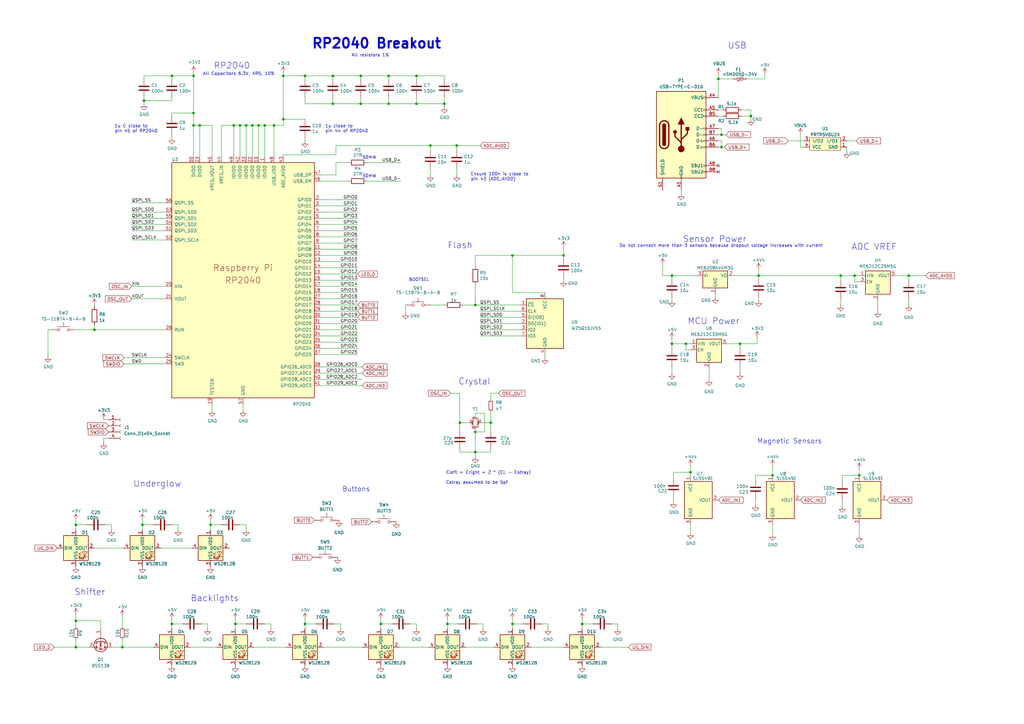
<source format=kicad_sch>
(kicad_sch (version 20230121) (generator eeschema)
  (paper "A3")
  (title_block (title "keeb") (date "2020-12-18") (rev "REV1"))
  (junction (at 201.295 173.355))
  (junction (at 95.885 51.435))
  (junction (at 81.915 51.435))
  (junction (at 283.21 193.675))
  (junction (at 307.975 47.625))
  (junction (at 210.185 104.775))
  (junction (at 31.115 265.43))
  (junction (at 275.59 113.03))
  (junction (at 58.42 215.265))
  (junction (at 170.815 42.545))
  (junction (at 136.525 42.545))
  (junction (at 188.595 173.355))
  (junction (at 38.735 135.255))
  (junction (at 96.52 255.905))
  (junction (at 79.375 46.355))
  (junction (at 108.585 51.435))
  (junction (at 98.425 51.435))
  (junction (at 70.485 255.905))
  (junction (at 147.955 42.545))
  (junction (at 238.76 255.905))
  (junction (at 295.91 55.245))
  (junction (at 210.185 255.905))
  (junction (at 106.045 51.435))
  (junction (at 275.59 140.97))
  (junction (at 294.64 32.385))
  (junction (at 194.945 177.165))
  (junction (at 100.965 51.435))
  (junction (at 159.385 42.545))
  (junction (at 59.055 41.275))
  (junction (at 311.15 113.03))
  (junction (at 50.165 265.43))
  (junction (at 350.52 113.03))
  (junction (at 281.305 140.97))
  (junction (at 194.945 185.42))
  (junction (at 183.515 255.905))
  (junction (at 31.115 254.635))
  (junction (at 344.805 113.03))
  (junction (at 79.375 51.435))
  (junction (at 147.955 31.115))
  (junction (at 116.205 48.895))
  (junction (at 125.095 255.905))
  (junction (at 194.945 125.095))
  (junction (at 31.115 215.265))
  (junction (at 316.865 194.945))
  (junction (at 182.245 42.545))
  (junction (at 70.485 31.115))
  (junction (at 303.53 140.97))
  (junction (at 156.21 255.905))
  (junction (at 295.91 60.325))
  (junction (at 79.375 31.115))
  (junction (at 103.505 51.435))
  (junction (at 372.745 113.03))
  (junction (at 112.395 51.435))
  (junction (at 176.53 59.69))
  (junction (at 125.095 31.115))
  (junction (at 159.385 31.115))
  (junction (at 352.425 194.945))
  (junction (at 116.205 31.115))
  (junction (at 136.525 31.115))
  (junction (at 86.36 215.265))
  (junction (at 170.815 31.115))
  (junction (at 187.325 59.69))
  (junction (at 231.14 104.775))
  (no_connect (at 294.64 67.945))
  (no_connect (at 294.64 70.485))
  (wire (pts (xy 283.21 215.265) (xy 283.21 218.44)))
  (wire (pts (xy 131.445 86.995) (xy 146.685 86.995)))
  (wire (pts (xy 131.445 84.455) (xy 146.685 84.455)))
  (wire (pts (xy 210.185 255.905) (xy 210.185 257.81)))
  (wire (pts (xy 194.945 104.775) (xy 194.945 109.22)))
  (wire (pts (xy 329.565 60.325) (xy 328.295 60.325)))
  (wire (pts (xy 131.445 130.175) (xy 146.685 130.175)))
  (wire (pts (xy 131.445 158.115) (xy 148.59 158.115)))
  (wire (pts (xy 196.85 137.795) (xy 213.36 137.795)))
  (wire (pts (xy 309.88 204.47) (xy 309.88 207.01)))
  (wire (pts (xy 70.485 41.275) (xy 70.485 40.005)))
  (wire (pts (xy 86.995 165.735) (xy 86.995 168.275)))
  (wire (pts (xy 38.735 224.79) (xy 50.8 224.79)))
  (wire (pts (xy 104.14 265.43) (xy 117.475 265.43)))
  (wire (pts (xy 131.445 153.035) (xy 148.59 153.035)))
  (wire (pts (xy 86.36 215.265) (xy 90.805 215.265)))
  (wire (pts (xy 156.21 254) (xy 156.21 255.905)))
  (wire (pts (xy 306.07 32.385) (xy 313.69 32.385)))
  (wire (pts (xy 111.125 255.905) (xy 111.125 257.81)))
  (wire (pts (xy 59.055 40.005) (xy 59.055 41.275)))
  (wire (pts (xy 196.85 127.635) (xy 213.36 127.635)))
  (wire (pts (xy 116.205 48.895) (xy 125.095 48.895)))
  (wire (pts (xy 67.945 83.185) (xy 53.975 83.185)))
  (wire (pts (xy 131.445 107.315) (xy 146.685 107.315)))
  (wire (pts (xy 131.445 145.415) (xy 146.685 145.415)))
  (wire (pts (xy 31.115 252.095) (xy 31.115 254.635)))
  (wire (pts (xy 296.545 45.085) (xy 294.64 45.085)))
  (wire (pts (xy 136.525 32.385) (xy 136.525 31.115)))
  (wire (pts (xy 53.975 92.075) (xy 67.945 92.075)))
  (wire (pts (xy 350.52 115.57) (xy 352.425 115.57)))
  (wire (pts (xy 31.115 262.255) (xy 31.115 265.43)))
  (wire (pts (xy 295.91 55.245) (xy 297.815 55.245)))
  (wire (pts (xy 238.76 255.905) (xy 243.205 255.905)))
  (wire (pts (xy 210.185 104.775) (xy 231.14 104.775)))
  (wire (pts (xy 79.375 51.435) (xy 79.375 64.135)))
  (wire (pts (xy 323.215 57.785) (xy 329.565 57.785)))
  (wire (pts (xy 210.185 255.905) (xy 214.63 255.905)))
  (wire (pts (xy 131.445 142.875) (xy 146.685 142.875)))
  (wire (pts (xy 197.485 173.355) (xy 201.295 173.355)))
  (wire (pts (xy 283.21 194.945) (xy 283.21 193.675)))
  (wire (pts (xy 131.445 74.295) (xy 142.875 74.295)))
  (wire (pts (xy 156.21 255.905) (xy 156.21 257.81)))
  (wire (pts (xy 103.505 51.435) (xy 106.045 51.435)))
  (wire (pts (xy 70.485 255.905) (xy 74.93 255.905)))
  (wire (pts (xy 352.425 192.405) (xy 352.425 194.945)))
  (wire (pts (xy 50.8 146.685) (xy 67.945 146.685)))
  (wire (pts (xy 131.445 125.095) (xy 146.685 125.095)))
  (wire (pts (xy 31.115 215.265) (xy 31.115 217.17)))
  (wire (pts (xy 198.755 169.545) (xy 198.755 177.165)))
  (wire (pts (xy 95.885 51.435) (xy 98.425 51.435)))
  (wire (pts (xy 231.14 113.665) (xy 231.14 114.935)))
  (wire (pts (xy 150.495 74.295) (xy 164.465 74.295)))
  (wire (pts (xy 131.445 81.915) (xy 146.685 81.915)))
  (wire (pts (xy 367.665 113.03) (xy 372.745 113.03)))
  (wire (pts (xy 194.945 177.165) (xy 194.945 185.42)))
  (wire (pts (xy 163.83 265.43) (xy 175.895 265.43)))
  (wire (pts (xy 125.095 31.115) (xy 136.525 31.115)))
  (wire (pts (xy 231.14 101.6) (xy 231.14 104.775)))
  (wire (pts (xy 116.205 63.5) (xy 137.795 63.5)))
  (wire (pts (xy 70.485 46.355) (xy 79.375 46.355)))
  (wire (pts (xy 116.205 31.115) (xy 116.205 48.895)))
  (wire (pts (xy 294.64 47.625) (xy 296.545 47.625)))
  (wire (pts (xy 156.21 255.905) (xy 160.655 255.905)))
  (wire (pts (xy 311.15 121.92) (xy 311.15 123.19)))
  (wire (pts (xy 344.805 122.555) (xy 344.805 125.095)))
  (wire (pts (xy 103.505 64.135) (xy 103.505 51.435)))
  (wire (pts (xy 111.125 255.905) (xy 108.585 255.905)))
  (wire (pts (xy 279.4 78.105) (xy 279.4 79.375)))
  (wire (pts (xy 344.805 114.935) (xy 344.805 113.03)))
  (wire (pts (xy 194.945 125.095) (xy 213.36 125.095)))
  (wire (pts (xy 281.305 143.51) (xy 283.21 143.51)))
  (wire (pts (xy 170.815 31.115) (xy 182.245 31.115)))
  (wire (pts (xy 350.52 113.03) (xy 350.52 115.57)))
  (wire (pts (xy 238.76 255.905) (xy 238.76 257.81)))
  (wire (pts (xy 99.695 165.735) (xy 99.695 168.275)))
  (wire (pts (xy 38.735 135.255) (xy 67.945 135.255)))
  (wire (pts (xy 170.815 40.005) (xy 170.815 42.545)))
  (wire (pts (xy 79.375 46.355) (xy 79.375 51.435)))
  (wire (pts (xy 295.91 52.705) (xy 295.91 55.245)))
  (wire (pts (xy 66.04 224.79) (xy 78.74 224.79)))
  (wire (pts (xy 132.715 265.43) (xy 148.59 265.43)))
  (wire (pts (xy 50.165 265.43) (xy 62.865 265.43)))
  (wire (pts (xy 131.445 132.715) (xy 146.685 132.715)))
  (wire (pts (xy 137.795 66.675) (xy 142.875 66.675)))
  (wire (pts (xy 224.79 255.905) (xy 224.79 257.81)))
  (wire (pts (xy 316.865 191.135) (xy 316.865 194.945)))
  (wire (pts (xy 189.865 125.095) (xy 194.945 125.095)))
  (wire (pts (xy 81.915 51.435) (xy 79.375 51.435)))
  (wire (pts (xy 131.445 102.235) (xy 146.685 102.235)))
  (wire (pts (xy 78.105 265.43) (xy 88.9 265.43)))
  (wire (pts (xy 316.865 215.265) (xy 316.865 219.075)))
  (wire (pts (xy 147.955 40.005) (xy 147.955 42.545)))
  (wire (pts (xy 271.78 113.03) (xy 275.59 113.03)))
  (wire (pts (xy 182.245 42.545) (xy 182.245 43.815)))
  (wire (pts (xy 45.72 215.265) (xy 45.72 217.17)))
  (wire (pts (xy 313.69 30.48) (xy 313.69 32.385)))
  (wire (pts (xy 294.64 32.385) (xy 294.64 40.005)))
  (wire (pts (xy 100.965 215.265) (xy 98.425 215.265)))
  (wire (pts (xy 347.345 57.785) (xy 351.155 57.785)))
  (wire (pts (xy 372.745 122.555) (xy 372.745 125.095)))
  (wire (pts (xy 131.445 71.755) (xy 137.795 71.755)))
  (wire (pts (xy 345.44 205.105) (xy 345.44 207.645)))
  (wire (pts (xy 307.975 47.625) (xy 307.975 48.895)))
  (wire (pts (xy 116.205 31.115) (xy 125.095 31.115)))
  (wire (pts (xy 70.485 47.625) (xy 70.485 46.355)))
  (wire (pts (xy 131.445 120.015) (xy 146.685 120.015)))
  (wire (pts (xy 303.53 140.97) (xy 310.515 140.97)))
  (wire (pts (xy 50.165 262.255) (xy 50.165 265.43)))
  (wire (pts (xy 294.64 30.48) (xy 294.64 32.385)))
  (wire (pts (xy 275.59 150.495) (xy 275.59 153.035)))
  (wire (pts (xy 275.59 121.92) (xy 275.59 123.19)))
  (wire (pts (xy 194.945 170.815) (xy 194.945 169.545)))
  (wire (pts (xy 46.355 265.43) (xy 50.165 265.43)))
  (wire (pts (xy 187.325 59.69) (xy 187.325 61.595)))
  (wire (pts (xy 194.945 116.84) (xy 194.945 125.095)))
  (wire (pts (xy 125.095 32.385) (xy 125.095 31.115)))
  (wire (pts (xy 96.52 255.905) (xy 100.965 255.905)))
  (wire (pts (xy 253.365 255.905) (xy 253.365 257.81)))
  (wire (pts (xy 137.795 66.675) (xy 137.795 71.755)))
  (wire (pts (xy 67.945 98.425) (xy 53.975 98.425)))
  (wire (pts (xy 210.185 254) (xy 210.185 255.905)))
  (wire (pts (xy 106.045 51.435) (xy 108.585 51.435)))
  (wire (pts (xy 285.75 113.03) (xy 275.59 113.03)))
  (wire (pts (xy 131.445 122.555) (xy 146.685 122.555)))
  (wire (pts (xy 70.485 55.245) (xy 70.485 56.515)))
  (wire (pts (xy 300.99 113.03) (xy 311.15 113.03)))
  (wire (pts (xy 131.445 114.935) (xy 146.685 114.935)))
  (wire (pts (xy 53.975 94.615) (xy 67.945 94.615)))
  (wire (pts (xy 170.815 255.905) (xy 168.275 255.905)))
  (wire (pts (xy 290.83 151.13) (xy 290.83 155.575)))
  (wire (pts (xy 316.865 194.945) (xy 309.88 194.945)))
  (wire (pts (xy 204.47 161.29) (xy 201.295 161.29)))
  (wire (pts (xy 116.205 48.895) (xy 116.205 51.435)))
  (wire (pts (xy 188.595 185.42) (xy 188.595 184.15)))
  (wire (pts (xy 137.795 63.5) (xy 137.795 59.69)))
  (wire (pts (xy 345.44 194.945) (xy 352.425 194.945)))
  (wire (pts (xy 311.15 114.3) (xy 311.15 113.03)))
  (wire (pts (xy 295.91 60.325) (xy 295.91 57.785)))
  (wire (pts (xy 210.185 104.775) (xy 210.185 120.015)))
  (wire (pts (xy 131.445 127.635) (xy 146.685 127.635)))
  (wire (pts (xy 194.945 169.545) (xy 198.755 169.545)))
  (wire (pts (xy 194.945 187.325) (xy 194.945 185.42)))
  (wire (pts (xy 100.965 51.435) (xy 103.505 51.435)))
  (wire (pts (xy 194.945 185.42) (xy 201.295 185.42)))
  (wire (pts (xy 303.53 150.495) (xy 303.53 153.035)))
  (wire (pts (xy 96.52 254) (xy 96.52 255.905)))
  (wire (pts (xy 253.365 255.905) (xy 250.825 255.905)))
  (wire (pts (xy 347.345 60.325) (xy 347.345 62.23)))
  (wire (pts (xy 31.115 135.255) (xy 38.735 135.255)))
  (wire (pts (xy 108.585 51.435) (xy 108.585 64.135)))
  (wire (pts (xy 86.995 51.435) (xy 81.915 51.435)))
  (wire (pts (xy 85.09 255.905) (xy 82.55 255.905)))
  (wire (pts (xy 147.955 42.545) (xy 136.525 42.545)))
  (wire (pts (xy 276.225 203.835) (xy 276.225 205.74)))
  (wire (pts (xy 70.485 32.385) (xy 70.485 31.115)))
  (wire (pts (xy 67.945 122.555) (xy 53.975 122.555)))
  (wire (pts (xy 328.295 60.325) (xy 328.295 55.245)))
  (wire (pts (xy 42.545 179.705) (xy 44.45 179.705)))
  (wire (pts (xy 131.445 99.695) (xy 146.685 99.695)))
  (wire (pts (xy 58.42 213.36) (xy 58.42 215.265)))
  (wire (pts (xy 275.59 114.3) (xy 275.59 113.03)))
  (wire (pts (xy 275.59 142.875) (xy 275.59 140.97)))
  (wire (pts (xy 125.095 40.005) (xy 125.095 42.545)))
  (wire (pts (xy 70.485 31.115) (xy 79.375 31.115)))
  (wire (pts (xy 45.72 215.265) (xy 43.18 215.265)))
  (wire (pts (xy 182.245 32.385) (xy 182.245 31.115)))
  (wire (pts (xy 372.745 114.935) (xy 372.745 113.03)))
  (wire (pts (xy 194.945 185.42) (xy 188.595 185.42)))
  (wire (pts (xy 38.735 133.35) (xy 38.735 135.255)))
  (wire (pts (xy 307.975 45.085) (xy 307.975 47.625)))
  (wire (pts (xy 108.585 51.435) (xy 112.395 51.435)))
  (wire (pts (xy 309.88 194.945) (xy 309.88 196.85)))
  (wire (pts (xy 194.945 175.895) (xy 194.945 177.165)))
  (wire (pts (xy 311.15 113.03) (xy 344.805 113.03)))
  (wire (pts (xy 131.445 109.855) (xy 146.685 109.855)))
  (wire (pts (xy 183.515 255.905) (xy 187.96 255.905)))
  (wire (pts (xy 136.525 42.545) (xy 125.095 42.545)))
  (wire (pts (xy 131.445 117.475) (xy 146.685 117.475)))
  (wire (pts (xy 136.525 40.005) (xy 136.525 42.545)))
  (wire (pts (xy 131.445 135.255) (xy 146.685 135.255)))
  (wire (pts (xy 176.53 125.095) (xy 182.245 125.095)))
  (wire (pts (xy 352.425 113.03) (xy 350.52 113.03)))
  (wire (pts (xy 281.305 140.97) (xy 281.305 143.51)))
  (wire (pts (xy 131.445 92.075) (xy 146.685 92.075)))
  (wire (pts (xy 159.385 32.385) (xy 159.385 31.115)))
  (wire (pts (xy 176.53 59.69) (xy 187.325 59.69)))
  (wire (pts (xy 188.595 176.53) (xy 188.595 173.355)))
  (wire (pts (xy 131.445 140.335) (xy 146.685 140.335)))
  (wire (pts (xy 131.445 97.155) (xy 146.685 97.155)))
  (wire (pts (xy 310.515 138.43) (xy 310.515 140.97)))
  (wire (pts (xy 22.225 265.43) (xy 31.115 265.43)))
  (wire (pts (xy 147.955 31.115) (xy 159.385 31.115)))
  (wire (pts (xy 238.76 254) (xy 238.76 255.905)))
  (wire (pts (xy 271.78 108.585) (xy 271.78 113.03)))
  (wire (pts (xy 116.205 29.845) (xy 116.205 31.115)))
  (wire (pts (xy 131.445 89.535) (xy 146.685 89.535)))
  (wire (pts (xy 20.955 135.255) (xy 19.685 135.255)))
  (wire (pts (xy 50.165 252.73) (xy 50.165 257.175)))
  (wire (pts (xy 41.275 254.635) (xy 41.275 257.81)))
  (wire (pts (xy 112.395 64.135) (xy 112.395 51.435)))
  (wire (pts (xy 213.36 132.715) (xy 196.85 132.715)))
  (wire (pts (xy 125.095 255.905) (xy 125.095 257.81)))
  (wire (pts (xy 231.14 106.045) (xy 231.14 104.775)))
  (wire (pts (xy 194.945 104.775) (xy 210.185 104.775)))
  (wire (pts (xy 201.295 184.15) (xy 201.295 185.42)))
  (wire (pts (xy 125.095 254) (xy 125.095 255.905)))
  (wire (pts (xy 131.445 104.775) (xy 146.685 104.775)))
  (wire (pts (xy 31.115 213.36) (xy 31.115 215.265)))
  (wire (pts (xy 136.525 31.115) (xy 147.955 31.115)))
  (wire (pts (xy 150.495 66.675) (xy 164.465 66.675)))
  (wire (pts (xy 303.53 142.875) (xy 303.53 140.97)))
  (wire (pts (xy 86.36 215.265) (xy 86.36 217.17)))
  (wire (pts (xy 38.735 125.095) (xy 38.735 125.73)))
  (wire (pts (xy 131.445 112.395) (xy 146.685 112.395)))
  (wire (pts (xy 59.055 41.275) (xy 70.485 41.275)))
  (wire (pts (xy 183.515 254) (xy 183.515 255.905)))
  (wire (pts (xy 139.7 255.905) (xy 137.16 255.905)))
  (wire (pts (xy 131.445 150.495) (xy 148.59 150.495)))
  (wire (pts (xy 90.805 51.435) (xy 95.885 51.435)))
  (wire (pts (xy 59.055 32.385) (xy 59.055 31.115)))
  (wire (pts (xy 183.515 255.905) (xy 183.515 257.81)))
  (wire (pts (xy 176.53 69.215) (xy 176.53 71.755)))
  (wire (pts (xy 53.975 86.995) (xy 67.945 86.995)))
  (wire (pts (xy 59.055 31.115) (xy 70.485 31.115)))
  (wire (pts (xy 81.915 64.135) (xy 81.915 51.435)))
  (wire (pts (xy 137.795 59.69) (xy 176.53 59.69)))
  (wire (pts (xy 344.805 113.03) (xy 350.52 113.03)))
  (wire (pts (xy 187.325 69.215) (xy 187.325 71.755)))
  (wire (pts (xy 31.115 215.265) (xy 35.56 215.265)))
  (wire (pts (xy 86.36 213.36) (xy 86.36 215.265)))
  (wire (pts (xy 139.7 255.905) (xy 139.7 257.81)))
  (wire (pts (xy 70.485 255.905) (xy 70.485 257.81)))
  (wire (pts (xy 224.79 255.905) (xy 222.25 255.905)))
  (wire (pts (xy 31.115 265.43) (xy 36.195 265.43)))
  (wire (pts (xy 100.965 64.135) (xy 100.965 51.435)))
  (wire (pts (xy 106.045 64.135) (xy 106.045 51.435)))
  (wire (pts (xy 31.115 254.635) (xy 41.275 254.635)))
  (wire (pts (xy 246.38 265.43) (xy 257.81 265.43)))
  (wire (pts (xy 58.42 215.265) (xy 62.865 215.265)))
  (wire (pts (xy 131.445 94.615) (xy 146.685 94.615)))
  (wire (pts (xy 191.135 265.43) (xy 202.565 265.43)))
  (wire (pts (xy 79.375 29.845) (xy 79.375 31.115)))
  (wire (pts (xy 198.12 255.905) (xy 198.12 257.81)))
  (wire (pts (xy 86.995 64.135) (xy 86.995 51.435)))
  (wire (pts (xy 294.64 32.385) (xy 300.99 32.385)))
  (wire (pts (xy 304.165 47.625) (xy 307.975 47.625)))
  (wire (pts (xy 31.115 254.635) (xy 31.115 257.175)))
  (wire (pts (xy 188.595 161.29) (xy 184.785 161.29)))
  (wire (pts (xy 19.685 135.255) (xy 19.685 146.05)))
  (wire (pts (xy 42.545 172.085) (xy 44.45 172.085)))
  (wire (pts (xy 53.975 117.475) (xy 67.945 117.475)))
  (wire (pts (xy 170.815 32.385) (xy 170.815 31.115)))
  (wire (pts (xy 198.755 177.165) (xy 194.945 177.165)))
  (wire (pts (xy 294.64 52.705) (xy 295.91 52.705)))
  (wire (pts (xy 79.375 31.115) (xy 79.375 46.355)))
  (wire (pts (xy 58.42 215.265) (xy 58.42 217.17)))
  (wire (pts (xy 112.395 51.435) (xy 116.205 51.435)))
  (wire (pts (xy 283.21 140.97) (xy 281.305 140.97)))
  (wire (pts (xy 198.12 255.905) (xy 195.58 255.905)))
  (wire (pts (xy 170.815 42.545) (xy 182.245 42.545)))
  (wire (pts (xy 360.045 123.19) (xy 360.045 127.635)))
  (wire (pts (xy 188.595 161.29) (xy 188.595 173.355)))
  (wire (pts (xy 213.36 130.175) (xy 196.85 130.175)))
  (wire (pts (xy 283.21 191.135) (xy 283.21 193.675)))
  (wire (pts (xy 131.445 155.575) (xy 148.59 155.575)))
  (wire (pts (xy 95.885 64.135) (xy 95.885 51.435)))
  (wire (pts (xy 53.975 89.535) (xy 67.945 89.535)))
  (wire (pts (xy 98.425 64.135) (xy 98.425 51.435)))
  (wire (pts (xy 98.425 51.435) (xy 100.965 51.435)))
  (wire (pts (xy 294.64 57.785) (xy 295.91 57.785)))
  (wire (pts (xy 131.445 137.795) (xy 146.685 137.795)))
  (wire (pts (xy 166.37 125.095) (xy 166.37 128.27)))
  (wire (pts (xy 116.205 63.5) (xy 116.205 64.135)))
  (wire (pts (xy 276.225 193.675) (xy 276.225 196.215)))
  (wire (pts (xy 159.385 31.115) (xy 170.815 31.115)))
  (wire (pts (xy 73.025 215.265) (xy 73.025 217.17)))
  (wire (pts (xy 294.64 55.245) (xy 295.91 55.245)))
  (wire (pts (xy 311.15 110.49) (xy 311.15 113.03)))
  (wire (pts (xy 85.09 255.905) (xy 85.09 257.81)))
  (wire (pts (xy 170.815 255.905) (xy 170.815 257.81)))
  (wire (pts (xy 295.91 60.325) (xy 297.18 60.325)))
  (wire (pts (xy 50.8 149.225) (xy 67.945 149.225)))
  (wire (pts (xy 188.595 173.355) (xy 192.405 173.355)))
  (wire (pts (xy 159.385 42.545) (xy 147.955 42.545)))
  (wire (pts (xy 176.53 59.69) (xy 176.53 61.595)))
  (wire (pts (xy 352.425 215.265) (xy 352.425 219.71)))
  (wire (pts (xy 59.055 41.275) (xy 59.055 42.545)))
  (wire (pts (xy 293.37 120.65) (xy 293.37 121.92)))
  (wire (pts (xy 283.21 193.675) (xy 276.225 193.675)))
  (wire (pts (xy 96.52 255.905) (xy 96.52 257.81)))
  (wire (pts (xy 275.59 139.065) (xy 275.59 140.97)))
  (wire (pts (xy 196.85 135.255) (xy 213.36 135.255)))
  (wire (pts (xy 201.295 161.29) (xy 201.295 163.83)))
  (wire (pts (xy 201.295 173.355) (xy 201.295 176.53)))
  (wire (pts (xy 210.185 120.015) (xy 223.52 120.015)))
  (wire (pts (xy 90.805 64.135) (xy 90.805 51.435)))
  (wire (pts (xy 307.975 45.085) (xy 304.165 45.085)))
  (wire (pts (xy 217.805 265.43) (xy 231.14 265.43)))
  (wire (pts (xy 182.245 40.005) (xy 182.245 42.545)))
  (wire (pts (xy 73.025 215.265) (xy 70.485 215.265)))
  (wire (pts (xy 159.385 40.005) (xy 159.385 42.545)))
  (wire (pts (xy 100.965 215.265) (xy 100.965 217.17)))
  (wire (pts (xy 125.095 57.785) (xy 125.095 56.515)))
  (wire (pts (xy 159.385 42.545) (xy 170.815 42.545)))
  (wire (pts (xy 147.955 32.385) (xy 147.955 31.115)))
  (wire (pts (xy 187.325 59.69) (xy 196.85 59.69)))
  (wire (pts (xy 294.64 60.325) (xy 295.91 60.325)))
  (wire (pts (xy 275.59 140.97) (xy 281.305 140.97)))
  (wire (pts (xy 70.485 254) (xy 70.485 255.905)))
  (wire (pts (xy 372.745 113.03) (xy 379.73 113.03)))
  (wire (pts (xy 201.295 168.91) (xy 201.295 173.355)))
  (wire (pts (xy 298.45 140.97) (xy 303.53 140.97)))
  (wire (pts (xy 345.44 194.945) (xy 345.44 197.485)))
  (wire (pts (xy 125.095 255.905) (xy 129.54 255.905)))
  (wire (pts (xy 42.545 181.61) (xy 42.545 179.705)))
  (wire (pts (xy 223.52 145.415) (xy 223.52 146.685)))
  (image (at 154.305 -161.29) (scale 5.52324))
  (image (at -134.62 54.61) (scale 2.69118))
  (text "Sensor Power" (at 280.035 99.695 0) (effects (font (size 2.54 2.54)) (justify left bottom)))
  (text "50mW" (at 148.59 65.405 0) (effects (font (size 1.27 1.27)) (justify left bottom)))
  (text "RP2040 Breakout\n" (at 127.635 20.32 0) (effects (font (size 4 4) (thickness 0.8) bold) (justify left bottom)))
  (text "Do not connect more than 3 sensors because dropout voltage increases with current" (at 254 101.6 0) (effects (font (size 1.27 1.27)) (justify left bottom)))
  (text "Backlights" (at 78.105 247.015 0) (effects (font (size 2.54 2.54)) (justify left bottom)))
  (text "Crystal" (at 187.96 158.115 0) (effects (font (size 2.54 2.54)) (justify left bottom)))
  (text "ADC VREF\n" (at 349.25 102.87 0) (effects (font (size 2.54 2.54)) (justify left bottom)))
  (text "Magnetic Sensors" (at 310.515 182.245 0) (effects (font (size 2 2)) (justify left bottom)))
  (text "Underglow" (at 54.61 200.025 0) (effects (font (size 2.54 2.54)) (justify left bottom)))
  (text "All Capacitors 6.3V, XR5, 10%" (at 83.185 31.115 0) (effects (font (size 1.27 1.27)) (justify left bottom)))
  (text "USB" (at 298.45 20.32 0) (effects (font (size 2.54 2.54)) (justify left bottom)))
  (text "Flash" (at 183.515 102.235 0) (effects (font (size 2.54 2.54)) (justify left bottom)))
  (text "Ensure 100n is close to \npin 43 (ADC_AVDD)" (at 193.04 74.295 0) (effects (font (size 1.27 1.27)) (justify left bottom)))
  (text "1u close to \npin 44 of RP2040" (at 133.35 54.61 0) (effects (font (size 1.27 1.27)) (justify left bottom)))
  (text "1u C close to \npin 45 of RP2040" (at 46.99 54.61 0) (effects (font (size 1.27 1.27)) (justify left bottom)))
  (text "All resistors 1%" (at 144.145 23.495 0) (effects (font (size 1.27 1.27)) (justify left bottom)))
  (text "MCU Power\n" (at 281.94 133.35 0) (effects (font (size 2.54 2.54)) (justify left bottom)))
  (text "Buttons" (at 140.335 201.93 0) (effects (font (size 2 2)) (justify left bottom)))
  (text "Shifter" (at 30.48 244.475 0) (effects (font (size 2.54 2.54)) (justify left bottom)))
  (text "50mW" (at 148.59 73.025 0) (effects (font (size 1.27 1.27)) (justify left bottom)))
  (text "RP2040" (at 87.63 28.575 0) (effects (font (size 2.54 2.54)) (justify left bottom)))
  (text "Cleft = Cright = 2 * (CL - Cstray)\n\nCstray assumed to be 5pf" (at 182.88 198.755 0) (effects (font (size 1.27 1.27)) (justify left bottom)))
  (text "BOOTSEL" (at 167.64 115.57 0) (effects (font (size 1.27 1.27)) (justify left bottom)))
  (text "\n\n\n\n\n\n" (at 19.685 247.015 0) (effects (font (size 1.27 1.27)) (justify left bottom)))
  (label "QSPI_SS" (at 53.975 83.185 0))
  (label "GPIO26_ADC0" (at 146.685 150.495 180))
  (label "QSPI_SD0" (at 53.975 86.995 0))
  (label "GPIO29_ADC3" (at 146.685 158.115 180))
  (label "GPIO28_ADC2" (at 146.685 155.575 180))
  (label "XOUT" (at 53.975 122.555 0))
  (label "GPIO24" (at 146.685 142.875 180))
  (label "GPIO20" (at 146.685 132.715 180))
  (label "GPIO11" (at 146.685 109.855 180))
  (label "GPIO14" (at 146.685 117.475 180))
  (label "QSPI_SD0" (at 196.85 130.175 0))
  (label "GPIO10" (at 146.685 107.315 180))
  (label "GPIO9" (at 146.685 104.775 180))
  (label "GPIO16" (at 146.685 122.555 180))
  (label "QSPI_SS" (at 196.85 125.095 0))
  (label "GPIO17" (at 146.685 125.095 180))
  (label "QSPI_SCLK" (at 196.85 127.635 0))
  (label "QSPI_SD1" (at 196.85 132.715 0))
  (label "GPIO27_ADC1" (at 146.685 153.035 180))
  (label "GPIO12" (at 146.685 112.395 180))
  (label "QSPI_SD2" (at 196.85 135.255 0))
  (label "USB_D-" (at 164.465 74.295 180))
  (label "GPIO4" (at 146.685 92.075 180))
  (label "GPIO23" (at 146.685 140.335 180))
  (label "SWD" (at 53.975 149.225 0))
  (label "GPIO21" (at 146.685 135.255 180))
  (label "GPIO6" (at 146.685 97.155 180))
  (label "GPIO18" (at 146.685 127.635 180))
  (label "QSPI_SD3" (at 196.85 137.795 0))
  (label "GPIO3" (at 146.685 89.535 180))
  (label "QSPI_SD3" (at 53.975 94.615 0))
  (label "QSPI_SD2" (at 53.975 92.075 0))
  (label "GPIO5" (at 146.685 94.615 180))
  (label "GPIO1" (at 146.685 84.455 180))
  (label "GPIO7" (at 146.685 99.695 180))
  (label "GPIO22" (at 146.685 137.795 180))
  (label "USB_D+" (at 164.465 66.675 180))
  (label "GPIO0" (at 146.685 81.915 180))
  (label "QSPI_SD1" (at 53.975 89.535 0))
  (label "GPIO13" (at 146.685 114.935 180))
  (label "GPIO25" (at 146.685 145.415 180))
  (label "XIN" (at 53.975 117.475 0))
  (label "QSPI_SCLK" (at 53.975 98.425 0))
  (label "GPIO19" (at 146.685 130.175 180))
  (label "GPIO15" (at 146.685 120.015 180))
  (label "GPIO8" (at 146.685 102.235 180))
  (label "SWCLK" (at 53.975 146.685 0))
  (label "GPIO2" (at 146.685 86.995 180))
  (global_label "ADC_AVDD" (shape input) (at 196.85 59.69 0) (property "Intersheetrefs" "${INTERSHEET_REFS}" (effects hide)))
  (global_label "LED_D" (shape input) (at 22.225 265.43 180) (property "Intersheetrefs" "${INTERSHEET_REFS}" (effects hide)))
  (global_label "BUTT1" (shape input) (at 146.685 127.635 0) (property "Intersheetrefs" "${INTERSHEET_REFS}" (effects hide)))
  (global_label "UG_DIN" (shape input) (at 23.495 224.79 180) (property "Intersheetrefs" "${INTERSHEET_REFS}" (effects hide)))
  (global_label "USB_D+" (shape input) (at 297.18 60.325 0) (property "Intersheetrefs" "${INTERSHEET_REFS}" (effects hide)))
  (global_label "ADC_IN3" (shape input) (at 148.59 158.115 0) (property "Intersheetrefs" "${INTERSHEET_REFS}" (effects hide)))
  (global_label "OSC_OUT" (shape input) (at 53.975 122.555 180) (property "Intersheetrefs" "${INTERSHEET_REFS}" (effects hide)))
  (global_label "ADC_IN1" (shape input) (at 294.64 205.105 0) (property "Intersheetrefs" "${INTERSHEET_REFS}" (effects hide)))
  (global_label "ADC_IN2" (shape input) (at 148.59 153.035 0) (property "Intersheetrefs" "${INTERSHEET_REFS}" (effects hide)))
  (global_label "ADC_AVDD" (shape input) (at 379.73 113.03 0) (property "Intersheetrefs" "${INTERSHEET_REFS}" (effects hide)))
  (global_label "USB_D-" (shape input) (at 323.215 57.785 180) (property "Intersheetrefs" "${INTERSHEET_REFS}" (effects hide)))
  (global_label "SWCLK" (shape input) (at 44.45 174.625 180) (property "Intersheetrefs" "${INTERSHEET_REFS}" (effects hide)))
  (global_label "OSC_IN" (shape input) (at 53.975 117.475 180) (property "Intersheetrefs" "${INTERSHEET_REFS}" (effects hide)))
  (global_label "OSC_IN" (shape input) (at 184.785 161.29 180) (property "Intersheetrefs" "${INTERSHEET_REFS}" (effects hide)))
  (global_label "BUTT2" (shape input) (at 152.4 213.995 180) (property "Intersheetrefs" "${INTERSHEET_REFS}" (effects hide)))
  (global_label "SWDIO" (shape input) (at 44.45 177.165 180) (property "Intersheetrefs" "${INTERSHEET_REFS}" (effects hide)))
  (global_label "BUTT1" (shape input) (at 128.27 228.6 180) (property "Intersheetrefs" "${INTERSHEET_REFS}" (effects hide)))
  (global_label "SWCLK" (shape input) (at 50.8 146.685 180) (property "Intersheetrefs" "${INTERSHEET_REFS}" (effects hide)))
  (global_label "LED_D" (shape input) (at 146.685 112.395 0) (property "Intersheetrefs" "${INTERSHEET_REFS}" (effects hide)))
  (global_label "USB_D-" (shape input) (at 297.815 55.245 0) (property "Intersheetrefs" "${INTERSHEET_REFS}" (effects hide)))
  (global_label "USB_D+" (shape input) (at 351.155 57.785 0) (property "Intersheetrefs" "${INTERSHEET_REFS}" (effects hide)))
  (global_label "ADC_IN1" (shape input) (at 148.59 150.495 0) (property "Intersheetrefs" "${INTERSHEET_REFS}" (effects hide)))
  (global_label "UG_DIN" (shape input) (at 257.81 265.43 0) (property "Intersheetrefs" "${INTERSHEET_REFS}" (effects hide)))
  (global_label "ADC_IN2" (shape input) (at 328.295 205.105 0) (property "Intersheetrefs" "${INTERSHEET_REFS}" (effects hide)))
  (global_label "OSC_OUT" (shape input) (at 204.47 161.29 0) (property "Intersheetrefs" "${INTERSHEET_REFS}" (effects hide)))
  (global_label "BUTT0" (shape input) (at 146.685 125.095 0) (property "Intersheetrefs" "${INTERSHEET_REFS}" (effects hide)))
  (global_label "ADC_IN3" (shape input) (at 363.855 205.105 0) (property "Intersheetrefs" "${INTERSHEET_REFS}" (effects hide)))
  (global_label "SWDIO" (shape input) (at 50.8 149.225 180) (property "Intersheetrefs" "${INTERSHEET_REFS}" (effects hide)))
  (global_label "BUTT2" (shape input) (at 146.685 130.175 0) (property "Intersheetrefs" "${INTERSHEET_REFS}" (effects hide)))
  (global_label "BUTT0" (shape input) (at 128.905 213.36 180) (property "Intersheetrefs" "${INTERSHEET_REFS}" (effects hide)))
  (symbol (lib_id "power:GND") (at 279.4 79.375 0) (unit 1)
    (property "Reference" "#PWR014" (effects hide))
    (property "Value" "GND" (at 279.527 83.7692 0))
  )
  (symbol (lib_id "power:GND") (at 307.975 48.895 0) (unit 1)
    (property "Reference" "#PWR07" (effects hide))
    (property "Value" "GND" (at 310.515 48.895 0))
  )
  (symbol (lib_id "Device:Crystal_GND24_Small") (at 194.945 173.355 0) (unit 1)
    (property "Reference" "Y1" (at 193.675 167.64 0) (effects (justify left)))
    (property "Value" "12MHz" (effects hide))
    (property "Footprint" "Crystal:Crystal_SMD_3225-4Pin_3.2x2.5mm" (effects hide))
    (property "Datasheet" "X322512MSB4SI" (effects hide))
    (property "LCSC Part #" "C9002" (effects hide))
  )
  (symbol (lib_id "power:GND") (at 19.685 146.05 0) (unit 1)
    (property "Reference" "#PWR029" (effects hide))
    (property "Value" "GND" (at 19.812 150.4442 0))
  )
  (symbol (lib_id "power:GND") (at 59.055 42.545 0) (unit 1)
    (property "Reference" "#PWR05" (effects hide))
    (property "Value" "GND" (at 59.182 46.9392 0))
  )
  (symbol (lib_id "Device:R") (at 194.945 113.03 0) (unit 1)
    (property "Reference" "R5" (at 196.723 111.8616 0) (effects (justify left)))
    (property "Value" "10k" (at 196.723 114.173 0) (effects (justify left)))
    (property "Footprint" "Capacitor_SMD:C_0402_1005Metric" (effects hide))
  )
  (symbol (lib_id "LED:WS2812B") (at 31.115 224.79 0) (unit 1)
    (property "Reference" "D1" (at 34.925 218.44 0))
    (property "Value" "WS2812B" (at 32.385 230.505 0) (effects (justify left top)))
    (property "Footprint" "LED_SMD:LED_WS2812B_PLCC4_5.0x5.0mm_P3.2mm" (effects hide))
    (property "Datasheet" "https://cdn-shop.adafruit.com/datasheets/WS2812B.pdf" (effects hide))
  )
  (symbol (lib_id "power:VBUS") (at 328.295 55.245 0) (unit 1)
    (property "Reference" "#PWR08" (effects hide))
    (property "Value" "VBUS" (at 328.295 51.435 0))
  )
  (symbol (lib_id "Device:C") (at 125.095 36.195 0) (unit 1)
    (property "Reference" "C3" (at 128.016 35.0266 0) (effects (justify left)))
    (property "Value" "100n" (at 128.016 37.338 0) (effects (justify left)))
    (property "Footprint" "Capacitor_SMD:C_0402_1005Metric" (effects hide))
  )
  (symbol (lib_id "power:GND") (at 194.945 187.325 0) (unit 1)
    (property "Reference" "#PWR038" (effects hide))
    (property "Value" "GND" (at 194.945 191.135 0))
  )
  (symbol (lib_id "Device:C") (at 276.225 200.025 180) (unit 1)
    (property "Reference" "C22" (at 273.685 201.295 0) (effects (justify left)))
    (property "Value" "100n" (at 273.05 199.39 0) (effects (justify left)))
    (property "Footprint" "Capacitor_SMD:C_0402_1005Metric" (effects hide))
  )
  (symbol (lib_name "GND_1") (lib_id "power:GND") (at 85.09 257.81 0) (unit 1)
    (property "Reference" "#PWR069" (effects hide))
    (property "Value" "GND" (at 85.09 262.255 0))
  )
  (symbol (lib_id "power:+4V4") (at 283.21 191.135 0) (unit 1)
    (property "Reference" "#PWR39" (effects hide))
    (property "Value" "+4V4" (at 283.21 187.325 0))
  )
  (symbol (lib_name "GND_1") (lib_id "power:GND") (at 210.185 273.05 0) (unit 1)
    (property "Reference" "#PWR081" (effects hide))
    (property "Value" "GND" (at 210.185 277.495 0))
  )
  (symbol (lib_id "power:+5V") (at 313.69 30.48 0) (unit 1)
    (property "Reference" "#PWR04" (effects hide))
    (property "Value" "+5V" (at 313.69 26.67 0))
  )
  (symbol (lib_id "power:+3V3") (at 310.515 138.43 0) (unit 1)
    (property "Reference" "#PWR027" (effects hide))
    (property "Value" "+3V3" (at 310.515 134.62 0))
  )
  (symbol (lib_id "power:+5V") (at 271.78 108.585 0) (unit 1)
    (property "Reference" "#PWR016" (effects hide))
    (property "Value" "+5V" (at 271.78 104.775 0))
  )
  (symbol (lib_name "GND_1") (lib_id "power:GND") (at 139.065 213.36 0) (unit 1)
    (property "Reference" "#PWR048" (effects hide))
    (property "Value" "GND" (at 139.065 218.44 0))
  )
  (symbol (lib_id "Device:C") (at 218.44 255.905 90) (unit 1)
    (property "Reference" "C33" (at 220.345 250.825 90) (effects (justify left)))
    (property "Value" "100n" (at 219.583 252.984 90) (effects (justify left)))
    (property "Footprint" "Capacitor_SMD:C_0402_1005Metric" (effects hide))
  )
  (symbol (lib_id "power:GND") (at 344.805 125.095 0) (unit 1)
    (property "Reference" "#PWR023" (effects hide))
    (property "Value" "GND" (at 344.805 129.54 0))
  )
  (symbol (lib_id "Device:C") (at 191.77 255.905 90) (unit 1)
    (property "Reference" "C32" (at 193.675 250.825 90) (effects (justify left)))
    (property "Value" "100n" (at 192.913 252.984 90) (effects (justify left)))
    (property "Footprint" "Capacitor_SMD:C_0402_1005Metric" (effects hide))
  )
  (symbol (lib_id "MCU_RaspberryPi_RP2040:RP2040") (at 99.695 114.935 0) (unit 1)
    (property "Reference" "U3" (at 71.755 65.405 0))
    (property "Value" "RP2040" (at 123.825 165.735 0))
    (property "Footprint" "MCU_RaspberryPi_and_Boards:RP2040-QFN-56" (effects hide))
  )
  (symbol (lib_id "power:GND") (at 345.44 207.645 0) (unit 1)
    (property "Reference" "#PWR044" (effects hide))
    (property "Value" "GND" (at 345.567 212.0392 0))
  )
  (symbol (lib_id "power:+5V") (at 238.76 254 0) (unit 1)
    (property "Reference" "#PWR068" (effects hide))
    (property "Value" "+5V" (at 238.76 250.19 0))
  )
  (symbol (lib_id "Device:C") (at 372.745 118.745 0) (unit 1)
    (property "Reference" "C17" (at 375.92 117.475 0) (effects (justify left)))
    (property "Value" "10u" (at 375.92 119.7864 0) (effects (justify left)))
    (property "Footprint" "Capacitor_SMD:C_1206_3216Metric" (effects hide))
  )
  (symbol (lib_id "power:+5V") (at 86.36 213.36 0) (unit 1)
    (property "Reference" "#PWR047" (effects hide))
    (property "Value" "+5V" (at 86.36 209.55 0))
  )
  (symbol (lib_id "power:GND") (at 293.37 121.92 0) (unit 1)
    (property "Reference" "#PWR020" (effects hide))
    (property "Value" "GND" (at 289.56 123.19 0))
  )
  (symbol (lib_id "Device:R_Small") (at 201.295 166.37 0) (unit 1)
    (property "Reference" "R8" (at 203.2 165.1 0) (effects (justify left)))
    (property "Value" "47" (at 203.2 167.64 0) (effects (justify left)))
    (property "Footprint" "Resistor_SMD:R_0402_1005Metric" (effects hide))
    (property "LCSC Part #" "C25118" (effects hide))
  )
  (symbol (lib_id "Device:C") (at 39.37 215.265 90) (unit 1)
    (property "Reference" "C25" (at 41.275 210.185 90) (effects (justify left)))
    (property "Value" "100n" (at 40.513 212.344 90) (effects (justify left)))
    (property "Footprint" "Capacitor_SMD:C_0402_1005Metric" (effects hide))
  )
  (symbol (lib_id "power:GND") (at 42.545 181.61 0) (unit 1)
    (property "Reference" "#PWR037" (effects hide))
    (property "Value" "GND" (at 42.672 186.0042 0))
  )
  (symbol (lib_name "GND_1") (lib_id "power:GND") (at 183.515 273.05 0) (unit 1)
    (property "Reference" "#PWR080" (effects hide))
    (property "Value" "GND" (at 183.515 277.495 0))
  )
  (symbol (lib_id "Device:C") (at 170.815 36.195 0) (unit 1)
    (property "Reference" "C7" (at 173.736 35.0266 0) (effects (justify left)))
    (property "Value" "100n" (at 173.736 37.338 0) (effects (justify left)))
    (property "Footprint" "Capacitor_SMD:C_0402_1005Metric" (effects hide))
  )
  (symbol (lib_id "power:+3V3") (at 31.115 252.095 0) (unit 1)
    (property "Reference" "#PWR060" (effects hide))
    (property "Value" "+3V3" (at 31.115 248.285 0))
  )
  (symbol (lib_name "GND_1") (lib_id "power:GND") (at 138.43 228.6 0) (unit 1)
    (property "Reference" "#PWR056" (effects hide))
    (property "Value" "GND" (at 138.43 233.68 0))
  )
  (symbol (lib_id "Device:C") (at 201.295 180.34 180) (unit 1)
    (property "Reference" "C21" (at 209.55 181.61 0) (effects (justify left)))
    (property "Value" "27p" (at 208.915 179.705 0) (effects (justify left)))
    (property "Footprint" "Capacitor_SMD:C_0402_1005Metric" (effects hide))
  )
  (symbol (lib_id "power:GND") (at 166.37 128.27 0) (unit 1)
    (property "Reference" "#PWR026" (effects hide))
    (property "Value" "GND" (at 170.18 129.54 0))
  )
  (symbol (lib_name "GND_1") (lib_id "power:GND") (at 253.365 257.81 0) (unit 1)
    (property "Reference" "#PWR075" (effects hide))
    (property "Value" "GND" (at 253.365 262.255 0))
  )
  (symbol (lib_id "LED:WS2812B") (at 210.185 265.43 0) (unit 1)
    (property "Reference" "D9" (at 213.995 259.08 0))
    (property "Value" "WS2812B" (at 211.455 271.145 0) (effects (justify left top)))
    (property "Footprint" "LED_SMD:LED_WS2812B_PLCC4_5.0x5.0mm_P3.2mm" (effects hide))
    (property "Datasheet" "https://cdn-shop.adafruit.com/datasheets/WS2812B.pdf" (effects hide))
  )
  (symbol (lib_name "GND_1") (lib_id "power:GND") (at 100.965 217.17 0) (unit 1)
    (property "Reference" "#PWR052" (effects hide))
    (property "Value" "GND" (at 100.965 221.615 0))
  )
  (symbol (lib_id "Device:C") (at 345.44 201.295 180) (unit 1)
    (property "Reference" "C24" (at 342.519 202.4634 0) (effects (justify left)))
    (property "Value" "100n" (at 342.519 200.152 0) (effects (justify left)))
    (property "Footprint" "Capacitor_SMD:C_0402_1005Metric" (effects hide))
  )
  (symbol (lib_id "Regulator_Linear:AP2127K-3.3") (at 290.83 143.51 0) (unit 1)
    (property "Reference" "U6" (at 290.83 134.62 0))
    (property "Value" "ME6212C33M5G" (at 290.83 137.16 0))
    (property "Footprint" "Package_TO_SOT_SMD:SOT-23-5" (effects hide))
    (property "Datasheet" "https://www.diodes.com/assets/Datasheets/AP2127.pdf" (effects hide))
  )
  (symbol (lib_id "Switch:SW_Push") (at 171.45 125.095 0) (unit 1)
    (property "Reference" "SW1" (at 171.45 118.11 0))
    (property "Value" "TS-1187A-B-A-B" (at 171.45 120.015 0))
    (property "Footprint" "Button_Switch_SMD:TS-1187A" (effects hide))
  )
  (symbol (lib_id "Device:C") (at 70.485 36.195 0) (unit 1)
    (property "Reference" "C2" (at 73.406 35.0266 0) (effects (justify left)))
    (property "Value" "100n" (at 73.406 37.338 0) (effects (justify left)))
    (property "Footprint" "Capacitor_SMD:C_0402_1005Metric" (effects hide))
  )
  (symbol (lib_name "GND_1") (lib_id "power:GND") (at 58.42 232.41 0) (unit 1)
    (property "Reference" "#PWR058" (effects hide))
    (property "Value" "GND" (at 58.42 236.855 0))
  )
  (symbol (lib_id "Connector:USB_C_Receptacle_USB2.0") (at 279.4 55.245 0) (unit 1)
    (property "Reference" "P1" (at 279.4 33.02 0))
    (property "Value" "USB-TYPE-C-016" (at 279.4 35.56 0))
    (property "Footprint" "Connector_USB:USB-TYPE-C-016_Receptacle_DEALON_16P_MidMnt" (effects hide))
  )
  (symbol (lib_id "power:GND") (at 316.865 219.075 0) (unit 1)
    (property "Reference" "#PWR054" (effects hide))
    (property "Value" "GND" (at 316.992 223.4692 0))
  )
  (symbol (lib_id "Device:C") (at 125.095 52.705 0) (unit 1)
    (property "Reference" "C10" (at 128.016 51.5366 0) (effects (justify left)))
    (property "Value" "1u" (at 128.016 53.848 0) (effects (justify left)))
    (property "Footprint" "Capacitor_SMD:C_0402_1005Metric" (effects hide))
  )
  (symbol (lib_id "Regulator_Linear:AP2127K-3.3") (at 360.045 115.57 0) (unit 1)
    (property "Reference" "U4" (at 360.045 106.68 0))
    (property "Value" "ME6212C25M5G" (at 360.045 109.22 0))
    (property "Footprint" "Package_TO_SOT_SMD:SOT-23-5" (effects hide))
    (property "Datasheet" "https://www.diodes.com/assets/Datasheets/AP2127.pdf" (effects hide))
  )
  (symbol (lib_id "power:+5V") (at 31.115 213.36 0) (unit 1)
    (property "Reference" "#PWR045" (effects hide))
    (property "Value" "+5V" (at 31.115 209.55 0))
  )
  (symbol (lib_id "Switch:SW_Push") (at 133.35 228.6 0) (unit 1)
    (property "Reference" "SW5" (at 133.35 222.25 0))
    (property "Value" "BUTT2" (at 133.35 224.79 0))
    (property "Footprint" "Button_Switch_SMD:SW_Push_1P1T_NO_6x6mm_H9.5mm" (effects hide))
  )
  (symbol (lib_id "Memory_Flash:W25Q32JVSS") (at 223.52 132.715 0) (unit 1)
    (property "Reference" "U5" (at 234.315 132.08 0) (effects (justify left)))
    (property "Value" "W25Q16JVSS" (at 234.315 134.62 0) (effects (justify left)))
    (property "Footprint" "Package_SO:SOIC-8_5.23x5.23mm_P1.27mm" (effects hide))
    (property "Datasheet" "http://www.winbond.com/resource-files/w25q32jv%20revg%2003272018%20plus.pdf" (effects hide))
  )
  (symbol (lib_id "power:GND") (at 276.225 205.74 0) (unit 1)
    (property "Reference" "#PWR042" (effects hide))
    (property "Value" "GND" (at 276.352 210.1342 0))
  )
  (symbol (lib_id "keebio:PRTR5V0U2X") (at 338.455 59.055 180) (unit 1)
    (property "Reference" "U1" (at 338.455 52.705 0))
    (property "Value" "PRTR5V0U2X" (at 338.455 55.245 0))
    (property "Footprint" "Keebio-Parts:SOT-143B" (effects hide))
  )
  (symbol (lib_id "power:GND") (at 360.045 127.635 0) (unit 1)
    (property "Reference" "#PWR025" (effects hide))
    (property "Value" "GND" (at 360.045 132.715 0))
  )
  (symbol (lib_id "power:GND") (at 311.15 123.19 0) (unit 1)
    (property "Reference" "#PWR022" (effects hide))
    (property "Value" "GND" (at 307.34 124.46 0))
  )
  (symbol (lib_id "power:+5V") (at 156.21 254 0) (unit 1)
    (property "Reference" "#PWR065" (effects hide))
    (property "Value" "+5V" (at 156.21 250.19 0))
  )
  (symbol (lib_name "GND_1") (lib_id "power:GND") (at 86.36 232.41 0) (unit 1)
    (property "Reference" "#PWR059" (effects hide))
    (property "Value" "GND" (at 86.36 236.855 0))
  )
  (symbol (lib_id "Device:C") (at 344.805 118.745 0) (unit 1)
    (property "Reference" "C16" (at 347.98 117.475 0) (effects (justify left)))
    (property "Value" "10u" (at 347.98 119.7864 0) (effects (justify left)))
    (property "Footprint" "Capacitor_SMD:C_1206_3216Metric" (effects hide))
  )
  (symbol (lib_name "GND_1") (lib_id "power:GND") (at 224.79 257.81 0) (unit 1)
    (property "Reference" "#PWR074" (effects hide))
    (property "Value" "GND" (at 224.79 262.255 0))
  )
  (symbol (lib_id "power:GND") (at 223.52 146.685 0) (unit 1)
    (property "Reference" "#PWR030" (effects hide))
    (property "Value" "GND" (at 219.71 147.955 0))
  )
  (symbol (lib_id "LED:WS2812B") (at 86.36 224.79 0) (unit 1)
    (property "Reference" "D3" (at 90.17 218.44 0))
    (property "Value" "WS2812B" (at 87.63 230.505 0) (effects (justify left top)))
    (property "Footprint" "LED_SMD:LED_WS2812B_PLCC4_5.0x5.0mm_P3.2mm" (effects hide))
    (property "Datasheet" "https://cdn-shop.adafruit.com/datasheets/WS2812B.pdf" (effects hide))
  )
  (symbol (lib_id "LED:WS2812B") (at 156.21 265.43 0) (unit 1)
    (property "Reference" "D7" (at 160.02 259.08 0))
    (property "Value" "WS2812B" (at 157.48 271.145 0) (effects (justify left top)))
    (property "Footprint" "LED_SMD:LED_WS2812B_PLCC4_5.0x5.0mm_P3.2mm" (effects hide))
    (property "Datasheet" "https://cdn-shop.adafruit.com/datasheets/WS2812B.pdf" (effects hide))
  )
  (symbol (lib_id "power:GND") (at 352.425 219.71 0) (unit 1)
    (property "Reference" "#PWR055" (effects hide))
    (property "Value" "GND" (at 352.552 224.1042 0))
  )
  (symbol (lib_id "power:GND") (at 309.88 207.01 0) (unit 1)
    (property "Reference" "#PWR043" (effects hide))
    (property "Value" "GND" (at 310.007 211.4042 0))
  )
  (symbol (lib_id "power:VBUS") (at 294.64 30.48 0) (unit 1)
    (property "Reference" "#PWR03" (effects hide))
    (property "Value" "VBUS" (at 295.021 26.0858 0))
  )
  (symbol (lib_id "power:+1V1") (at 79.375 29.845 0) (unit 1)
    (property "Reference" "#PWR01" (effects hide))
    (property "Value" "+1V1" (at 79.756 25.4508 0))
  )
  (symbol (lib_id "Device:C") (at 133.35 255.905 90) (unit 1)
    (property "Reference" "C30" (at 135.255 250.825 90) (effects (justify left)))
    (property "Value" "100n" (at 134.493 252.984 90) (effects (justify left)))
    (property "Footprint" "Capacitor_SMD:C_0402_1005Metric" (effects hide))
  )
  (symbol (lib_id "power:+4V4") (at 311.15 110.49 0) (unit 1)
    (property "Reference" "#PWR17" (effects hide))
    (property "Value" "+4V4" (at 311.15 106.68 0))
  )
  (symbol (lib_id "LED:WS2812B") (at 183.515 265.43 0) (unit 1)
    (property "Reference" "D8" (at 187.325 259.08 0))
    (property "Value" "WS2812B" (at 184.785 271.145 0) (effects (justify left top)))
    (property "Footprint" "LED_SMD:LED_WS2812B_PLCC4_5.0x5.0mm_P3.2mm" (effects hide))
    (property "Datasheet" "https://cdn-shop.adafruit.com/datasheets/WS2812B.pdf" (effects hide))
  )
  (symbol (lib_id "power:GND") (at 283.21 218.44 0) (unit 1)
    (property "Reference" "#PWR053" (effects hide))
    (property "Value" "GND" (at 283.337 222.8342 0))
  )
  (symbol (lib_id "Device:C") (at 66.675 215.265 90) (unit 1)
    (property "Reference" "C26" (at 68.58 210.185 90) (effects (justify left)))
    (property "Value" "100n" (at 67.818 212.344 90) (effects (justify left)))
    (property "Footprint" "Capacitor_SMD:C_0402_1005Metric" (effects hide))
  )
  (symbol (lib_id "Device:R") (at 186.055 125.095 90) (unit 1)
    (property "Reference" "R7" (at 186.055 120.65 90))
    (property "Value" "1k" (at 186.055 123.19 90))
    (property "Footprint" "Capacitor_SMD:C_0402_1005Metric" (effects hide))
  )
  (symbol (lib_id "power:+5V") (at 275.59 139.065 0) (unit 1)
    (property "Reference" "#PWR028" (effects hide))
    (property "Value" "+5V" (at 275.59 135.255 0))
  )
  (symbol (lib_name "GND_1") (lib_id "power:GND") (at 96.52 273.05 0) (unit 1)
    (property "Reference" "#PWR077" (effects hide))
    (property "Value" "GND" (at 96.52 277.495 0))
  )
  (symbol (lib_id "Device:C") (at 231.14 109.855 0) (unit 1)
    (property "Reference" "C13" (at 234.061 108.6866 0) (effects (justify left)))
    (property "Value" "100n" (at 234.061 110.998 0) (effects (justify left)))
    (property "Footprint" "Capacitor_SMD:C_0402_1005Metric" (effects hide))
  )
  (symbol (lib_id "Device:R_Small") (at 31.115 259.715 180) (unit 1)
    (property "Reference" "R9" (at 33.02 259.715 90))
    (property "Value" "10k" (at 29.21 259.715 90))
    (property "Footprint" "Resistor_SMD:R_0402_1005Metric" (effects hide))
    (property "LCSC Part #" "C25744" (effects hide))
  )
  (symbol (lib_name "GND_1") (lib_id "power:GND") (at 31.115 232.41 0) (unit 1)
    (property "Reference" "#PWR057" (effects hide))
    (property "Value" "GND" (at 31.115 236.855 0))
  )
  (symbol (lib_id "power:GND") (at 290.83 155.575 0) (unit 1)
    (property "Reference" "#PWR033" (effects hide))
    (property "Value" "GND" (at 290.83 160.655 0))
  )
  (symbol (lib_name "GND_1") (lib_id "power:GND") (at 198.12 257.81 0) (unit 1)
    (property "Reference" "#PWR073" (effects hide))
    (property "Value" "GND" (at 198.12 262.255 0))
  )
  (symbol (lib_id "Device:C") (at 275.59 118.11 0) (unit 1)
    (property "Reference" "C14" (at 278.765 116.84 0) (effects (justify left)))
    (property "Value" "10u" (at 278.765 119.1514 0) (effects (justify left)))
    (property "Footprint" "Capacitor_SMD:C_1206_3216Metric" (effects hide))
  )
  (symbol (lib_id "LED:WS2812B") (at 70.485 265.43 0) (unit 1)
    (property "Reference" "D4" (at 74.295 259.08 0))
    (property "Value" "WS2812B" (at 71.755 271.145 0) (effects (justify left top)))
    (property "Footprint" "LED_SMD:LED_WS2812B_PLCC4_5.0x5.0mm_P3.2mm" (effects hide))
    (property "Datasheet" "https://cdn-shop.adafruit.com/datasheets/WS2812B.pdf" (effects hide))
  )
  (symbol (lib_name "GND_1") (lib_id "power:GND") (at 170.815 257.81 0) (unit 1)
    (property "Reference" "#PWR072" (effects hide))
    (property "Value" "GND" (at 170.815 262.255 0))
  )
  (symbol (lib_id "power:GND") (at 187.325 71.755 0) (unit 1)
    (property "Reference" "#PWR013" (effects hide))
    (property "Value" "GND" (at 187.452 76.1492 0))
  )
  (symbol (lib_id "Connector:Conn_01x04_Socket") (at 49.53 174.625 0) (unit 1)
    (property "Reference" "J1" (at 50.8 175.26 0) (effects (justify left)))
    (property "Value" "Conn_01x04_Socket" (at 50.8 177.8 0) (effects (justify left)))
    (property "Footprint" "Connector_PinSocket_2.54mm:PinSocket_1x04_P2.54mm_Vertical" (effects hide))
  )
  (symbol (lib_id "power:+3V3") (at 42.545 172.085 0) (unit 1)
    (property "Reference" "#PWR036" (effects hide))
    (property "Value" "+3V3" (at 42.545 168.275 0))
  )
  (symbol (lib_id "Device:C") (at 303.53 146.685 0) (unit 1)
    (property "Reference" "C19" (at 306.705 145.415 0) (effects (justify left)))
    (property "Value" "10u" (at 306.705 147.7264 0) (effects (justify left)))
    (property "Footprint" "Capacitor_SMD:C_1206_3216Metric" (effects hide))
  )
  (symbol (lib_id "LED:WS2812B") (at 238.76 265.43 0) (unit 1)
    (property "Reference" "D10" (at 242.57 259.08 0))
    (property "Value" "WS2812B" (at 240.03 271.145 0) (effects (justify left top)))
    (property "Footprint" "LED_SMD:LED_WS2812B_PLCC4_5.0x5.0mm_P3.2mm" (effects hide))
    (property "Datasheet" "https://cdn-shop.adafruit.com/datasheets/WS2812B.pdf" (effects hide))
  )
  (symbol (lib_id "Device:C") (at 275.59 146.685 0) (unit 1)
    (property "Reference" "C18" (at 278.765 145.415 0) (effects (justify left)))
    (property "Value" "10u" (at 278.765 147.7264 0) (effects (justify left)))
    (property "Footprint" "Capacitor_SMD:C_1206_3216Metric" (effects hide))
  )
  (symbol (lib_id "power:GND") (at 275.59 123.19 0) (unit 1)
    (property "Reference" "#PWR021" (effects hide))
    (property "Value" "GND" (at 272.415 123.825 0))
  )
  (symbol (lib_id "power:GND") (at 99.695 168.275 0) (unit 1)
    (property "Reference" "#PWR035" (effects hide))
    (property "Value" "GND" (at 99.822 172.6692 0))
  )
  (symbol (lib_id "power:+5V") (at 210.185 254 0) (unit 1)
    (property "Reference" "#PWR067" (effects hide))
    (property "Value" "+5V" (at 210.185 250.19 0))
  )
  (symbol (lib_name "GND_1") (lib_id "power:GND") (at 111.125 257.81 0) (unit 1)
    (property "Reference" "#PWR070" (effects hide))
    (property "Value" "GND" (at 111.125 262.255 0))
  )
  (symbol (lib_name "GND_1") (lib_id "power:GND") (at 125.095 273.05 0) (unit 1)
    (property "Reference" "#PWR078" (effects hide))
    (property "Value" "GND" (at 125.095 277.495 0))
  )
  (symbol (lib_id "Device:C") (at 182.245 36.195 0) (unit 1)
    (property "Reference" "C8" (at 185.166 35.0266 0) (effects (justify left)))
    (property "Value" "100n" (at 185.166 37.338 0) (effects (justify left)))
    (property "Footprint" "Capacitor_SMD:C_0402_1005Metric" (effects hide))
  )
  (symbol (lib_id "LED:WS2812B") (at 58.42 224.79 0) (unit 1)
    (property "Reference" "D2" (at 62.23 218.44 0))
    (property "Value" "WS2812B" (at 59.69 230.505 0) (effects (justify left top)))
    (property "Footprint" "LED_SMD:LED_WS2812B_PLCC4_5.0x5.0mm_P3.2mm" (effects hide))
    (property "Datasheet" "https://cdn-shop.adafruit.com/datasheets/WS2812B.pdf" (effects hide))
  )
  (symbol (lib_id "LED:WS2812B") (at 125.095 265.43 0) (unit 1)
    (property "Reference" "D6" (at 128.905 259.08 0))
    (property "Value" "WS2812B" (at 126.365 271.145 0) (effects (justify left top)))
    (property "Footprint" "LED_SMD:LED_WS2812B_PLCC4_5.0x5.0mm_P3.2mm" (effects hide))
    (property "Datasheet" "https://cdn-shop.adafruit.com/datasheets/WS2812B.pdf" (effects hide))
  )
  (symbol (lib_name "GND_1") (lib_id "power:GND") (at 139.7 257.81 0) (unit 1)
    (property "Reference" "#PWR071" (effects hide))
    (property "Value" "GND" (at 139.7 262.255 0))
  )
  (symbol (lib_id "power:GND") (at 231.14 114.935 0) (unit 1)
    (property "Reference" "#PWR018" (effects hide))
    (property "Value" "GND" (at 234.95 116.205 0))
  )
  (symbol (lib_id "Device:C") (at 136.525 36.195 0) (unit 1)
    (property "Reference" "C4" (at 139.446 35.0266 0) (effects (justify left)))
    (property "Value" "100n" (at 139.446 37.338 0) (effects (justify left)))
    (property "Footprint" "Capacitor_SMD:C_0402_1005Metric" (effects hide))
  )
  (symbol (lib_id "Device:C") (at 147.955 36.195 0) (unit 1)
    (property "Reference" "C5" (at 150.876 35.0266 0) (effects (justify left)))
    (property "Value" "100n" (at 150.876 37.338 0) (effects (justify left)))
    (property "Footprint" "Capacitor_SMD:C_0402_1005Metric" (effects hide))
  )
  (symbol (lib_id "Sensor_Magnetic:SLSS49E") (at 356.235 205.105 0) (unit 1)
    (property "Reference" "U9" (at 358.775 194.31 0) (effects (justify right)))
    (property "Value" "SLSS49E" (at 358.14 196.215 0))
    (property "Footprint" "Package_TO_SOT_SMD:SOT-23" (effects hide))
  )
  (symbol (lib_id "LED:WS2812B") (at 96.52 265.43 0) (unit 1)
    (property "Reference" "D5" (at 100.33 259.08 0))
    (property "Value" "WS2812B" (at 97.79 271.145 0) (effects (justify left top)))
    (property "Footprint" "LED_SMD:LED_WS2812B_PLCC4_5.0x5.0mm_P3.2mm" (effects hide))
    (property "Datasheet" "https://cdn-shop.adafruit.com/datasheets/WS2812B.pdf" (effects hide))
  )
  (symbol (lib_id "power:GND") (at 125.095 57.785 0) (unit 1)
    (property "Reference" "#PWR010" (effects hide))
    (property "Value" "GND" (at 125.222 62.1792 0))
  )
  (symbol (lib_id "power:GND") (at 86.995 168.275 0) (unit 1)
    (property "Reference" "#PWR034" (effects hide))
    (property "Value" "GND" (at 87.122 172.6692 0))
  )
  (symbol (lib_id "Device:C") (at 247.015 255.905 90) (unit 1)
    (property "Reference" "C34" (at 248.92 250.825 90) (effects (justify left)))
    (property "Value" "100n" (at 248.158 252.984 90) (effects (justify left)))
    (property "Footprint" "Capacitor_SMD:C_0402_1005Metric" (effects hide))
  )
  (symbol (lib_id "power:+5V") (at 58.42 213.36 0) (unit 1)
    (property "Reference" "#PWR046" (effects hide))
    (property "Value" "+5V" (at 58.42 209.55 0))
  )
  (symbol (lib_id "Regulator_Linear:ME6208A44M3G") (at 293.37 113.03 0) (unit 1)
    (property "Reference" "U2" (at 293.37 107.315 0))
    (property "Value" "ME6208A44M3G" (at 293.37 109.855 0))
    (property "Footprint" "Package_TO_SOT_SMD:SOT-23-3" (effects hide))
    (property "Datasheet" "https://www.diodes.com/assets/Datasheets/AP2127.pdf" (effects hide))
  )
  (symbol (lib_id "Device:R") (at 300.355 47.625 90) (unit 1)
    (property "Reference" "R2" (at 297.18 49.53 90) (effects (justify left)))
    (property "Value" "5.1k" (at 302.895 50.165 90) (effects (justify left)))
    (property "Footprint" "Capacitor_SMD:C_0402_1005Metric" (effects hide))
  )
  (symbol (lib_id "power:GND") (at 176.53 71.755 0) (unit 1)
    (property "Reference" "#PWR012" (effects hide))
    (property "Value" "GND" (at 176.657 76.1492 0))
  )
  (symbol (lib_id "power:+3V3") (at 231.14 101.6 0) (unit 1)
    (property "Reference" "#PWR015" (effects hide))
    (property "Value" "+3V3" (at 231.14 97.79 0))
  )
  (symbol (lib_id "Device:C") (at 70.485 51.435 0) (unit 1)
    (property "Reference" "C9" (at 73.406 50.2666 0) (effects (justify left)))
    (property "Value" "1u" (at 73.406 52.578 0) (effects (justify left)))
    (property "Footprint" "Capacitor_SMD:C_0402_1005Metric" (effects hide))
  )
  (symbol (lib_id "power:GND") (at 70.485 56.515 0) (unit 1)
    (property "Reference" "#PWR09" (effects hide))
    (property "Value" "GND" (at 70.612 60.9092 0))
  )
  (symbol (lib_id "Device:C") (at 59.055 36.195 0) (unit 1)
    (property "Reference" "C1" (at 61.976 35.0266 0) (effects (justify left)))
    (property "Value" "100n" (at 61.976 37.338 0) (effects (justify left)))
    (property "Footprint" "Capacitor_SMD:C_0402_1005Metric" (effects hide))
  )
  (symbol (lib_id "Device:C") (at 311.15 118.11 0) (unit 1)
    (property "Reference" "C15" (at 314.325 116.84 0) (effects (justify left)))
    (property "Value" "10u" (at 314.325 119.1514 0) (effects (justify left)))
    (property "Footprint" "Capacitor_SMD:C_1206_3216Metric" (effects hide))
  )
  (symbol (lib_id "Switch:SW_Push") (at 157.48 213.995 0) (unit 1)
    (property "Reference" "SW4" (at 157.48 207.01 0))
    (property "Value" "BUTT3" (at 157.48 209.55 0))
    (property "Footprint" "Button_Switch_SMD:SW_Push_1P1T_NO_6x6mm_H9.5mm" (effects hide))
  )
  (symbol (lib_id "power:GND") (at 275.59 153.035 0) (unit 1)
    (property "Reference" "#PWR031" (effects hide))
    (property "Value" "GND" (at 275.59 157.48 0))
  )
  (symbol (lib_id "power:+5V") (at 70.485 254 0) (unit 1)
    (property "Reference" "#PWR062" (effects hide))
    (property "Value" "+5V" (at 70.485 250.19 0))
  )
  (symbol (lib_id "power:+3V3") (at 116.205 29.845 0) (unit 1)
    (property "Reference" "#PWR02" (effects hide))
    (property "Value" "+3V3" (at 116.205 26.035 0))
  )
  (symbol (lib_id "Sensor_Magnetic:SLSS49E") (at 320.675 205.105 0) (unit 1)
    (property "Reference" "U8" (at 322.58 194.31 0) (effects (justify right)))
    (property "Value" "SLSS49E" (at 322.58 196.215 0))
    (property "Footprint" "Package_TO_SOT_SMD:SOT-23" (effects hide))
  )
  (symbol (lib_id "power:GND") (at 347.345 62.23 0) (unit 1)
    (property "Reference" "#PWR011" (effects hide))
    (property "Value" "GND" (at 350.52 62.865 0))
  )
  (symbol (lib_name "GND_1") (lib_id "power:GND") (at 156.21 273.05 0) (unit 1)
    (property "Reference" "#PWR079" (effects hide))
    (property "Value" "GND" (at 156.21 277.495 0))
  )
  (symbol (lib_id "Device:R") (at 146.685 66.675 270) (unit 1)
    (property "Reference" "R3" (at 146.685 61.4172 90))
    (property "Value" "27R" (at 146.685 63.7286 90))
    (property "Footprint" "Capacitor_SMD:C_0402_1005Metric" (effects hide))
  )
  (symbol (lib_name "GND_1") (lib_id "power:GND") (at 73.025 217.17 0) (unit 1)
    (property "Reference" "#PWR051" (effects hide))
    (property "Value" "GND" (at 73.025 221.615 0))
  )
  (symbol (lib_id "Device:R") (at 300.355 45.085 90) (unit 1)
    (property "Reference" "R1" (at 297.18 43.815 90) (effects (justify left)))
    (property "Value" "5.1k" (at 302.26 42.545 90) (effects (justify left)))
    (property "Footprint" "Capacitor_SMD:C_0402_1005Metric" (effects hide))
  )
  (symbol (lib_id "Device:C") (at 188.595 180.34 180) (unit 1)
    (property "Reference" "C20" (at 186.055 181.61 0) (effects (justify left)))
    (property "Value" "27p" (at 185.42 179.705 0) (effects (justify left)))
    (property "Footprint" "Capacitor_SMD:C_0402_1005Metric" (effects hide))
  )
  (symbol (lib_id "Device:C") (at 159.385 36.195 0) (unit 1)
    (property "Reference" "C6" (at 162.306 35.0266 0) (effects (justify left)))
    (property "Value" "100n" (at 162.306 37.338 0) (effects (justify left)))
    (property "Footprint" "Capacitor_SMD:C_0402_1005Metric" (effects hide))
  )
  (symbol (lib_id "Device:C") (at 94.615 215.265 90) (unit 1)
    (property "Reference" "C27" (at 96.52 210.185 90) (effects (justify left)))
    (property "Value" "100n" (at 95.758 212.344 90) (effects (justify left)))
    (property "Footprint" "Capacitor_SMD:C_0402_1005Metric" (effects hide))
  )
  (symbol (lib_name "GND_1") (lib_id "power:GND") (at 70.485 273.05 0) (unit 1)
    (property "Reference" "#PWR076" (effects hide))
    (property "Value" "GND" (at 70.485 277.495 0))
  )
  (symbol (lib_id "Switch:SW_Push") (at 133.985 213.36 0) (unit 1)
    (property "Reference" "SW3" (at 133.985 206.375 0))
    (property "Value" "BUTT1" (at 133.985 208.915 0))
    (property "Footprint" "Button_Switch_SMD:SW_Push_1P1T_NO_6x6mm_H9.5mm" (effects hide))
  )
  (symbol (lib_name "GND_1") (lib_id "power:GND") (at 238.76 273.05 0) (unit 1)
    (property "Reference" "#PWR082" (effects hide))
    (property "Value" "GND" (at 238.76 277.495 0))
  )
  (symbol (lib_id "power:+5V") (at 96.52 254 0) (unit 1)
    (property "Reference" "#PWR063" (effects hide))
    (property "Value" "+5V" (at 96.52 250.19 0))
  )
  (symbol (lib_id "power:GND") (at 303.53 153.035 0) (unit 1)
    (property "Reference" "#PWR032" (effects hide))
    (property "Value" "GND" (at 303.53 158.115 0))
  )
  (symbol (lib_id "power:+3V3") (at 38.735 125.095 0) (unit 1)
    (property "Reference" "#PWR019" (effects hide))
    (property "Value" "+3V3" (at 38.735 121.285 0))
  )
  (symbol (lib_id "Transistor_FET:BSS138") (at 41.275 262.89 270) (unit 1)
    (property "Reference" "Q1" (at 41.275 270.51 90))
    (property "Value" "BSS138" (at 41.275 273.05 90))
    (property "Footprint" "Package_TO_SOT_SMD:SOT-23" (effects hide))
    (property "Datasheet" "https://www.onsemi.com/pub/Collateral/BSS138-D.PDF" (effects hide))
  )
  (symbol (lib_id "Switch:SW_Push") (at 26.035 135.255 0) (unit 1)
    (property "Reference" "SW2" (at 26.035 128.27 0))
    (property "Value" "TS-1187A-B-A-B" (at 26.035 130.81 0))
    (property "Footprint" "Button_Switch_SMD:TS-1187A" (effects hide))
  )
  (symbol (lib_id "power:+4V4") (at 316.865 191.135 0) (unit 1)
    (property "Reference" "#PWR40" (effects hide))
    (property "Value" "+4V4" (at 316.865 187.325 0))
  )
  (symbol (lib_id "power:+4V4") (at 352.425 192.405 0) (unit 1)
    (property "Reference" "#PWR41" (effects hide))
    (property "Value" "+4V4" (at 352.425 188.595 0))
  )
  (symbol (lib_id "power:+5V") (at 50.165 252.73 0) (unit 1)
    (property "Reference" "#PWR061" (effects hide))
    (property "Value" "+5V" (at 50.165 248.92 0))
  )
  (symbol (lib_id "power:+5V") (at 183.515 254 0) (unit 1)
    (property "Reference" "#PWR066" (effects hide))
    (property "Value" "+5V" (at 183.515 250.19 0))
  )
  (symbol (lib_id "Device:R") (at 146.685 74.295 270) (unit 1)
    (property "Reference" "R4" (at 146.685 69.0372 90))
    (property "Value" "27R" (at 146.685 71.3486 90))
    (property "Footprint" "Capacitor_SMD:C_0402_1005Metric" (effects hide))
  )
  (symbol (lib_id "Device:C") (at 164.465 255.905 90) (unit 1)
    (property "Reference" "C31" (at 166.37 250.825 90) (effects (justify left)))
    (property "Value" "100n" (at 165.608 252.984 90) (effects (justify left)))
    (property "Footprint" "Capacitor_SMD:C_0402_1005Metric" (effects hide))
  )
  (symbol (lib_id "power:GND") (at 182.245 43.815 0) (unit 1)
    (property "Reference" "#PWR06" (effects hide))
    (property "Value" "GND" (at 182.372 48.2092 0))
  )
  (symbol (lib_id "Device:C") (at 309.88 200.66 180) (unit 1)
    (property "Reference" "C23" (at 306.959 201.8284 0) (effects (justify left)))
    (property "Value" "100n" (at 306.959 199.517 0) (effects (justify left)))
    (property "Footprint" "Capacitor_SMD:C_0402_1005Metric" (effects hide))
  )
  (symbol (lib_id "power:GND") (at 372.745 125.095 0) (unit 1)
    (property "Reference" "#PWR024" (effects hide))
    (property "Value" "GND" (at 372.745 130.175 0))
  )
  (symbol (lib_id "Device:C") (at 176.53 65.405 0) (unit 1)
    (property "Reference" "C11" (at 179.451 64.2366 0) (effects (justify left)))
    (property "Value" "10n" (at 179.451 66.548 0) (effects (justify left)))
    (property "Footprint" "Capacitor_SMD:C_0402_1005Metric" (effects hide))
  )
  (symbol (lib_id "Device:Polyfuse_Small") (at 303.53 32.385 90) (unit 1)
    (property "Reference" "F1" (at 302.895 28.575 90))
    (property "Value" "nSMD050-24V" (at 303.53 30.48 90))
    (property "Footprint" "Fuse:Fuse_1206_3216Metric" (effects hide))
  )
  (symbol (lib_name "GND_1") (lib_id "power:GND") (at 162.56 213.995 0) (unit 1)
    (property "Reference" "#PWR049" (effects hide))
    (property "Value" "GND" (at 162.56 219.075 0))
  )
  (symbol (lib_id "power:+5V") (at 125.095 254 0) (unit 1)
    (property "Reference" "#PWR064" (effects hide))
    (property "Value" "+5V" (at 125.095 250.19 0))
  )
  (symbol (lib_id "Device:R_Small") (at 50.165 259.715 180) (unit 1)
    (property "Reference" "R10" (at 52.07 259.715 90))
    (property "Value" "10k" (at 48.26 259.715 90))
    (property "Footprint" "Resistor_SMD:R_0402_1005Metric" (effects hide))
    (property "LCSC Part #" "C25744" (effects hide))
  )
  (symbol (lib_name "GND_1") (lib_id "power:GND") (at 45.72 217.17 0) (unit 1)
    (property "Reference" "#PWR050" (effects hide))
    (property "Value" "GND" (at 45.72 221.615 0))
  )
  (symbol (lib_id "Device:C") (at 104.775 255.905 90) (unit 1)
    (property "Reference" "C29" (at 106.68 250.825 90) (effects (justify left)))
    (property "Value" "100n" (at 105.918 252.984 90) (effects (justify left)))
    (property "Footprint" "Capacitor_SMD:C_0402_1005Metric" (effects hide))
  )
  (symbol (lib_id "Sensor_Magnetic:SLSS49E") (at 287.02 205.105 0) (unit 1)
    (property "Reference" "U7" (at 288.29 194.31 0) (effects (justify right)))
    (property "Value" "SLSS49E" (at 288.29 196.215 0))
    (property "Footprint" "Package_TO_SOT_SMD:SOT-23" (effects hide))
  )
  (symbol (lib_id "Device:R") (at 38.735 129.54 180) (unit 1)
    (property "Reference" "R6" (at 40.64 128.905 0) (effects (justify right)))
    (property "Value" "1k" (at 40.64 131.445 0) (effects (justify right)))
    (property "Footprint" "Capacitor_SMD:C_0402_1005Metric" (effects hide))
  )
  (symbol (lib_id "Device:C") (at 78.74 255.905 90) (unit 1)
    (property "Reference" "C28" (at 80.645 250.825 90) (effects (justify left)))
    (property "Value" "100n" (at 79.883 252.984 90) (effects (justify left)))
    (property "Footprint" "Capacitor_SMD:C_0402_1005Metric" (effects hide))
  )
  (symbol (lib_id "Device:C") (at 187.325 65.405 0) (unit 1)
    (property "Reference" "C12" (at 190.246 64.2366 0) (effects (justify left)))
    (property "Value" "1u" (at 190.246 66.548 0) (effects (justify left)))
    (property "Footprint" "Capacitor_SMD:C_0402_1005Metric" (effects hide))
  )
)
</source>
